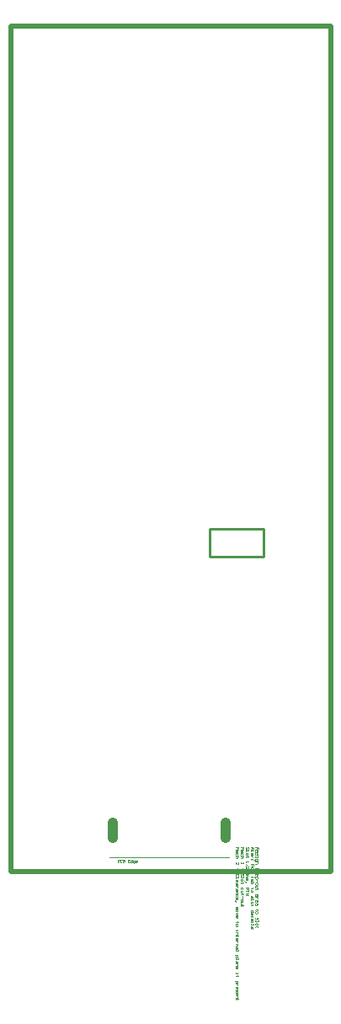
<source format=gm1>
G04 Layer_Color=16776960*
%FSLAX24Y24*%
%MOIN*%
G70*
G01*
G75*
%ADD27C,0.0197*%
%ADD49C,0.0039*%
%ADD51C,0.0100*%
%ADD84C,0.0394*%
%ADD85C,0.0012*%
%ADD86C,0.0004*%
D27*
X32215Y19134D02*
X44882D01*
Y52589D01*
X32215D02*
X44882D01*
X32215Y19134D02*
Y52589D01*
D49*
X36132Y19695D02*
X40856D01*
D51*
X42224Y31585D02*
Y32687D01*
X40098Y31585D02*
X42224D01*
X40098D02*
Y32687D01*
X42224D01*
D84*
X40738Y20463D02*
Y21053D01*
X36250Y20463D02*
Y21053D01*
D85*
X36458Y19509D02*
Y19607D01*
X36507D01*
X36523Y19591D01*
Y19558D01*
X36507Y19542D01*
X36458D01*
X36622Y19591D02*
X36605Y19607D01*
X36572D01*
X36556Y19591D01*
Y19525D01*
X36572Y19509D01*
X36605D01*
X36622Y19525D01*
X36654Y19607D02*
Y19509D01*
X36704D01*
X36720Y19525D01*
Y19542D01*
X36704Y19558D01*
X36654D01*
X36704D01*
X36720Y19574D01*
Y19591D01*
X36704Y19607D01*
X36654D01*
X36917D02*
X36851D01*
Y19509D01*
X36917D01*
X36851Y19558D02*
X36884D01*
X37015Y19607D02*
Y19509D01*
X36966D01*
X36950Y19525D01*
Y19558D01*
X36966Y19574D01*
X37015D01*
X37081Y19476D02*
X37097D01*
X37114Y19492D01*
Y19574D01*
X37064D01*
X37048Y19558D01*
Y19525D01*
X37064Y19509D01*
X37114D01*
X37196D02*
X37163D01*
X37146Y19525D01*
Y19558D01*
X37163Y19574D01*
X37196D01*
X37212Y19558D01*
Y19542D01*
X37146D01*
D86*
X41713Y20089D02*
X41792D01*
X41831Y20049D01*
X41792Y20010D01*
X41713D01*
X41772D01*
Y20089D01*
X41713Y19971D02*
Y19931D01*
Y19951D01*
X41831D01*
Y19971D01*
X41713Y19813D02*
Y19852D01*
X41733Y19872D01*
X41772D01*
X41792Y19852D01*
Y19813D01*
X41772Y19793D01*
X41752D01*
Y19872D01*
X41792Y19754D02*
X41713D01*
X41752D01*
X41772Y19734D01*
X41792Y19715D01*
Y19695D01*
X41811Y19616D02*
X41792D01*
Y19636D01*
Y19597D01*
Y19616D01*
X41733D01*
X41713Y19597D01*
Y19420D02*
X41831D01*
Y19360D01*
X41811Y19341D01*
X41772D01*
X41752Y19360D01*
Y19420D01*
X41811Y19223D02*
X41831Y19242D01*
Y19282D01*
X41811Y19301D01*
X41733D01*
X41713Y19282D01*
Y19242D01*
X41733Y19223D01*
X41831Y19183D02*
X41713D01*
Y19124D01*
X41733Y19105D01*
X41752D01*
X41772Y19124D01*
Y19183D01*
Y19124D01*
X41792Y19105D01*
X41811D01*
X41831Y19124D01*
Y19183D01*
X41713Y18928D02*
X41811D01*
X41772D01*
Y18947D01*
Y18908D01*
Y18928D01*
X41811D01*
X41831Y18908D01*
X41792Y18829D02*
Y18790D01*
X41772Y18770D01*
X41713D01*
Y18829D01*
X41733Y18849D01*
X41752Y18829D01*
Y18770D01*
X41831Y18731D02*
X41713D01*
Y18672D01*
X41733Y18652D01*
X41752D01*
X41772D01*
X41792Y18672D01*
Y18731D01*
X41811Y18475D02*
X41792D01*
Y18495D01*
Y18455D01*
Y18475D01*
X41733D01*
X41713Y18455D01*
Y18377D02*
Y18337D01*
X41733Y18318D01*
X41772D01*
X41792Y18337D01*
Y18377D01*
X41772Y18396D01*
X41733D01*
X41713Y18377D01*
Y18160D02*
Y18101D01*
X41733Y18081D01*
X41752Y18101D01*
Y18140D01*
X41772Y18160D01*
X41792Y18140D01*
Y18081D01*
X41713Y18042D02*
Y18003D01*
Y18022D01*
X41831D01*
Y18042D01*
X41713Y17924D02*
Y17885D01*
X41733Y17865D01*
X41772D01*
X41792Y17885D01*
Y17924D01*
X41772Y17944D01*
X41733D01*
X41713Y17924D01*
X41811Y17806D02*
X41792D01*
Y17826D01*
Y17786D01*
Y17806D01*
X41733D01*
X41713Y17786D01*
X41831Y17530D02*
X41713D01*
Y17589D01*
X41733Y17609D01*
X41772D01*
X41792Y17589D01*
Y17530D01*
X41713Y17432D02*
Y17471D01*
X41733Y17491D01*
X41772D01*
X41792Y17471D01*
Y17432D01*
X41772Y17412D01*
X41752D01*
Y17491D01*
X41811Y17353D02*
X41792D01*
Y17373D01*
Y17334D01*
Y17353D01*
X41733D01*
X41713Y17334D01*
X41792Y17255D02*
Y17215D01*
X41772Y17196D01*
X41713D01*
Y17255D01*
X41733Y17275D01*
X41752Y17255D01*
Y17196D01*
X41713Y17156D02*
Y17117D01*
Y17137D01*
X41792D01*
Y17156D01*
X41713Y17058D02*
Y17019D01*
Y17038D01*
X41831D01*
Y17058D01*
X41713Y16960D02*
Y16901D01*
X41733Y16881D01*
X41752Y16901D01*
Y16940D01*
X41772Y16960D01*
X41792Y16940D01*
Y16881D01*
X41615Y20010D02*
X41634Y20030D01*
Y20069D01*
X41615Y20089D01*
X41595D01*
X41575Y20069D01*
Y20030D01*
X41556Y20010D01*
X41536D01*
X41516Y20030D01*
Y20069D01*
X41536Y20089D01*
X41516Y19971D02*
Y19931D01*
Y19951D01*
X41634D01*
Y19971D01*
X41516Y19852D02*
Y19813D01*
X41536Y19793D01*
X41575D01*
X41595Y19813D01*
Y19852D01*
X41575Y19872D01*
X41536D01*
X41516Y19852D01*
X41615Y19734D02*
X41595D01*
Y19754D01*
Y19715D01*
Y19734D01*
X41536D01*
X41516Y19715D01*
Y19538D02*
Y19498D01*
Y19518D01*
X41634D01*
X41615Y19538D01*
X41595Y19439D02*
X41516Y19360D01*
X41556Y19400D01*
X41595Y19360D01*
X41516Y19439D01*
Y19242D02*
Y19321D01*
X41595Y19242D01*
X41615D01*
X41634Y19262D01*
Y19301D01*
X41615Y19321D01*
X41516Y19203D02*
X41536D01*
Y19183D01*
X41516D01*
Y19203D01*
X41634Y19026D02*
Y19105D01*
X41575D01*
X41595Y19065D01*
Y19046D01*
X41575Y19026D01*
X41536D01*
X41516Y19046D01*
Y19085D01*
X41536Y19105D01*
X41516Y18987D02*
X41595D01*
Y18967D01*
X41575Y18947D01*
X41516D01*
X41575D01*
X41595Y18928D01*
X41575Y18908D01*
X41516D01*
Y18869D02*
X41595D01*
Y18849D01*
X41575Y18829D01*
X41516D01*
X41575D01*
X41595Y18809D01*
X41575Y18790D01*
X41516D01*
X41497Y18731D02*
X41516Y18711D01*
X41536D01*
Y18731D01*
X41516D01*
Y18711D01*
X41497Y18731D01*
X41477Y18750D01*
X41516Y18514D02*
X41634D01*
Y18455D01*
X41615Y18436D01*
X41575D01*
X41556Y18455D01*
Y18514D01*
X41634Y18396D02*
Y18318D01*
Y18357D01*
X41516D01*
X41634Y18278D02*
X41516D01*
X41575D01*
Y18199D01*
X41634D01*
X41516D01*
X41910Y20089D02*
X41989D01*
X42028Y20049D01*
X41989Y20010D01*
X41910D01*
X41969D01*
Y20089D01*
X41910Y19971D02*
Y19911D01*
X41930Y19892D01*
X41949Y19911D01*
Y19951D01*
X41969Y19971D01*
X41989Y19951D01*
Y19892D01*
X41910Y19852D02*
Y19793D01*
X41930Y19774D01*
X41949Y19793D01*
Y19833D01*
X41969Y19852D01*
X41989Y19833D01*
Y19774D01*
X41910Y19734D02*
Y19695D01*
Y19715D01*
X41989D01*
Y19734D01*
X41871Y19597D02*
Y19577D01*
X41890Y19557D01*
X41989D01*
Y19616D01*
X41969Y19636D01*
X41930D01*
X41910Y19616D01*
Y19557D01*
Y19518D02*
X41989D01*
Y19459D01*
X41969Y19439D01*
X41910D01*
Y19282D02*
X42028D01*
X41949D02*
X41989Y19223D01*
X41949Y19282D02*
X41910Y19223D01*
Y19105D02*
Y19144D01*
X41930Y19164D01*
X41969D01*
X41989Y19144D01*
Y19105D01*
X41969Y19085D01*
X41949D01*
Y19164D01*
X41910Y18987D02*
Y19026D01*
X41930Y19046D01*
X41969D01*
X41989Y19026D01*
Y18987D01*
X41969Y18967D01*
X41949D01*
Y19046D01*
X41871Y18928D02*
X41989D01*
Y18869D01*
X41969Y18849D01*
X41930D01*
X41910Y18869D01*
Y18928D01*
X41969Y18809D02*
Y18731D01*
X41910Y18672D02*
Y18632D01*
X41930Y18613D01*
X41969D01*
X41989Y18632D01*
Y18672D01*
X41969Y18691D01*
X41930D01*
X41910Y18672D01*
X41989Y18573D02*
X41930D01*
X41910Y18554D01*
Y18495D01*
X41989D01*
X42008Y18436D02*
X41989D01*
Y18455D01*
Y18416D01*
Y18436D01*
X41930D01*
X41910Y18416D01*
X41989Y18219D02*
Y18180D01*
X41969Y18160D01*
X41910D01*
Y18219D01*
X41930Y18239D01*
X41949Y18219D01*
Y18160D01*
X41989Y18121D02*
X41910D01*
X41949D01*
X41969Y18101D01*
X41989Y18081D01*
Y18062D01*
X41910Y17944D02*
Y17983D01*
X41930Y18003D01*
X41969D01*
X41989Y17983D01*
Y17944D01*
X41969Y17924D01*
X41949D01*
Y18003D01*
X41989Y17865D02*
Y17826D01*
X41969Y17806D01*
X41910D01*
Y17865D01*
X41930Y17885D01*
X41949Y17865D01*
Y17806D01*
X42008Y17629D02*
X41989D01*
Y17648D01*
Y17609D01*
Y17629D01*
X41930D01*
X41910Y17609D01*
Y17530D02*
Y17491D01*
X41930Y17471D01*
X41969D01*
X41989Y17491D01*
Y17530D01*
X41969Y17550D01*
X41930D01*
X41910Y17530D01*
Y17314D02*
Y17255D01*
X41930Y17235D01*
X41949Y17255D01*
Y17294D01*
X41969Y17314D01*
X41989Y17294D01*
Y17235D01*
X41910Y17196D02*
Y17156D01*
Y17176D01*
X42028D01*
Y17196D01*
X41910Y17078D02*
Y17038D01*
X41930Y17019D01*
X41969D01*
X41989Y17038D01*
Y17078D01*
X41969Y17097D01*
X41930D01*
X41910Y17078D01*
X42008Y16960D02*
X41989D01*
Y16979D01*
Y16940D01*
Y16960D01*
X41930D01*
X41910Y16940D01*
X41319Y20089D02*
X41437D01*
X41398Y20049D01*
X41437Y20010D01*
X41319D01*
Y19911D02*
Y19951D01*
X41339Y19971D01*
X41378D01*
X41398Y19951D01*
Y19911D01*
X41378Y19892D01*
X41359D01*
Y19971D01*
X41398Y19774D02*
Y19833D01*
X41378Y19852D01*
X41339D01*
X41319Y19833D01*
Y19774D01*
X41437Y19734D02*
X41319D01*
X41378D01*
X41398Y19715D01*
Y19675D01*
X41378Y19656D01*
X41319D01*
Y19498D02*
Y19459D01*
Y19479D01*
X41437D01*
X41418Y19498D01*
X41378Y19282D02*
Y19203D01*
X41418Y18967D02*
X41437Y18987D01*
Y19026D01*
X41418Y19046D01*
X41398D01*
X41378Y19026D01*
Y18987D01*
X41359Y18967D01*
X41339D01*
X41319Y18987D01*
Y19026D01*
X41339Y19046D01*
X41319Y18928D02*
Y18888D01*
Y18908D01*
X41437D01*
Y18928D01*
X41319Y18809D02*
Y18770D01*
X41339Y18750D01*
X41378D01*
X41398Y18770D01*
Y18809D01*
X41378Y18829D01*
X41339D01*
X41319Y18809D01*
X41418Y18691D02*
X41398D01*
Y18711D01*
Y18672D01*
Y18691D01*
X41339D01*
X41319Y18672D01*
X41398Y18416D02*
Y18475D01*
X41378Y18495D01*
X41339D01*
X41319Y18475D01*
Y18416D01*
X41398Y18377D02*
X41339D01*
X41319Y18357D01*
Y18298D01*
X41398D01*
X41418Y18239D02*
X41398D01*
Y18258D01*
Y18219D01*
Y18239D01*
X41339D01*
X41319Y18219D01*
X41378Y18160D02*
Y18081D01*
X41319Y18022D02*
Y17983D01*
X41339Y17963D01*
X41378D01*
X41398Y17983D01*
Y18022D01*
X41378Y18042D01*
X41339D01*
X41319Y18022D01*
X41398Y17924D02*
X41339D01*
X41319Y17904D01*
Y17845D01*
X41398D01*
X41418Y17786D02*
X41398D01*
Y17806D01*
Y17766D01*
Y17786D01*
X41339D01*
X41319Y17766D01*
X41122Y20089D02*
X41241D01*
X41201Y20049D01*
X41241Y20010D01*
X41122D01*
Y19911D02*
Y19951D01*
X41142Y19971D01*
X41182D01*
X41201Y19951D01*
Y19911D01*
X41182Y19892D01*
X41162D01*
Y19971D01*
X41201Y19774D02*
Y19833D01*
X41182Y19852D01*
X41142D01*
X41122Y19833D01*
Y19774D01*
X41241Y19734D02*
X41122D01*
X41182D01*
X41201Y19715D01*
Y19675D01*
X41182Y19656D01*
X41122D01*
Y19420D02*
Y19498D01*
X41201Y19420D01*
X41221D01*
X41241Y19439D01*
Y19479D01*
X41221Y19498D01*
X41182Y19262D02*
Y19183D01*
X41221Y18947D02*
X41241Y18967D01*
Y19006D01*
X41221Y19026D01*
X41142D01*
X41122Y19006D01*
Y18967D01*
X41142Y18947D01*
X41122Y18908D02*
Y18869D01*
Y18888D01*
X41241D01*
Y18908D01*
X41122Y18750D02*
Y18790D01*
X41142Y18809D01*
X41182D01*
X41201Y18790D01*
Y18750D01*
X41182Y18731D01*
X41162D01*
Y18809D01*
X41201Y18672D02*
Y18632D01*
X41182Y18613D01*
X41122D01*
Y18672D01*
X41142Y18691D01*
X41162Y18672D01*
Y18613D01*
X41201Y18573D02*
X41122D01*
X41162D01*
X41182Y18554D01*
X41201Y18534D01*
Y18514D01*
Y18436D02*
Y18396D01*
X41182Y18377D01*
X41122D01*
Y18436D01*
X41142Y18455D01*
X41162Y18436D01*
Y18377D01*
X41122Y18337D02*
X41201D01*
Y18278D01*
X41182Y18258D01*
X41122D01*
X41201Y18140D02*
Y18199D01*
X41182Y18219D01*
X41142D01*
X41122Y18199D01*
Y18140D01*
Y18042D02*
Y18081D01*
X41142Y18101D01*
X41182D01*
X41201Y18081D01*
Y18042D01*
X41182Y18022D01*
X41162D01*
Y18101D01*
X41103Y17963D02*
X41122Y17944D01*
X41142D01*
Y17963D01*
X41122D01*
Y17944D01*
X41103Y17963D01*
X41083Y17983D01*
X41122Y17747D02*
X41201D01*
Y17727D01*
X41182Y17707D01*
X41122D01*
X41182D01*
X41201Y17688D01*
X41182Y17668D01*
X41122D01*
Y17609D02*
Y17570D01*
X41142Y17550D01*
X41182D01*
X41201Y17570D01*
Y17609D01*
X41182Y17629D01*
X41142D01*
X41122Y17609D01*
X41201Y17511D02*
X41122Y17471D01*
X41201Y17432D01*
X41122Y17334D02*
Y17373D01*
X41142Y17393D01*
X41182D01*
X41201Y17373D01*
Y17334D01*
X41182Y17314D01*
X41162D01*
Y17393D01*
X41221Y17137D02*
X41201D01*
Y17156D01*
Y17117D01*
Y17137D01*
X41142D01*
X41122Y17117D01*
Y17038D02*
Y16999D01*
X41142Y16979D01*
X41182D01*
X41201Y16999D01*
Y17038D01*
X41182Y17058D01*
X41142D01*
X41122Y17038D01*
Y16822D02*
Y16783D01*
Y16802D01*
X41201D01*
Y16822D01*
X41122Y16724D02*
X41201D01*
Y16665D01*
X41182Y16645D01*
X41122D01*
X41221Y16586D02*
X41201D01*
Y16605D01*
Y16566D01*
Y16586D01*
X41142D01*
X41122Y16566D01*
Y16448D02*
Y16487D01*
X41142Y16507D01*
X41182D01*
X41201Y16487D01*
Y16448D01*
X41182Y16428D01*
X41162D01*
Y16507D01*
X41201Y16389D02*
X41122D01*
X41162D01*
X41182Y16369D01*
X41201Y16350D01*
Y16330D01*
X41122Y16271D02*
X41201D01*
Y16212D01*
X41182Y16192D01*
X41122D01*
X41201Y16133D02*
Y16094D01*
X41182Y16074D01*
X41122D01*
Y16133D01*
X41142Y16153D01*
X41162Y16133D01*
Y16074D01*
X41122Y16035D02*
Y15995D01*
Y16015D01*
X41241D01*
Y16035D01*
X41083Y15818D02*
X41201D01*
Y15759D01*
X41182Y15740D01*
X41142D01*
X41122Y15759D01*
Y15818D01*
Y15700D02*
Y15661D01*
Y15681D01*
X41241D01*
Y15700D01*
X41201Y15582D02*
Y15543D01*
X41182Y15523D01*
X41122D01*
Y15582D01*
X41142Y15602D01*
X41162Y15582D01*
Y15523D01*
X41122Y15484D02*
X41201D01*
Y15425D01*
X41182Y15405D01*
X41122D01*
Y15307D02*
Y15346D01*
X41142Y15366D01*
X41182D01*
X41201Y15346D01*
Y15307D01*
X41182Y15287D01*
X41162D01*
Y15366D01*
X41122Y15130D02*
Y15090D01*
Y15110D01*
X41201D01*
Y15130D01*
X41122Y15011D02*
X41221D01*
X41182D01*
Y15031D01*
Y14992D01*
Y15011D01*
X41221D01*
X41241Y14992D01*
X41083Y14815D02*
X41201D01*
Y14756D01*
X41182Y14736D01*
X41142D01*
X41122Y14756D01*
Y14815D01*
X41201Y14697D02*
X41122D01*
X41162D01*
X41182Y14677D01*
X41201Y14657D01*
Y14638D01*
X41122Y14520D02*
Y14559D01*
X41142Y14579D01*
X41182D01*
X41201Y14559D01*
Y14520D01*
X41182Y14500D01*
X41162D01*
Y14579D01*
X41122Y14460D02*
Y14401D01*
X41142Y14382D01*
X41162Y14401D01*
Y14441D01*
X41182Y14460D01*
X41201Y14441D01*
Y14382D01*
X41122Y14283D02*
Y14323D01*
X41142Y14342D01*
X41182D01*
X41201Y14323D01*
Y14283D01*
X41182Y14264D01*
X41162D01*
Y14342D01*
X41122Y14224D02*
X41201D01*
Y14165D01*
X41182Y14146D01*
X41122D01*
X41221Y14087D02*
X41201D01*
Y14106D01*
Y14067D01*
Y14087D01*
X41142D01*
X41122Y14067D01*
M02*

</source>
